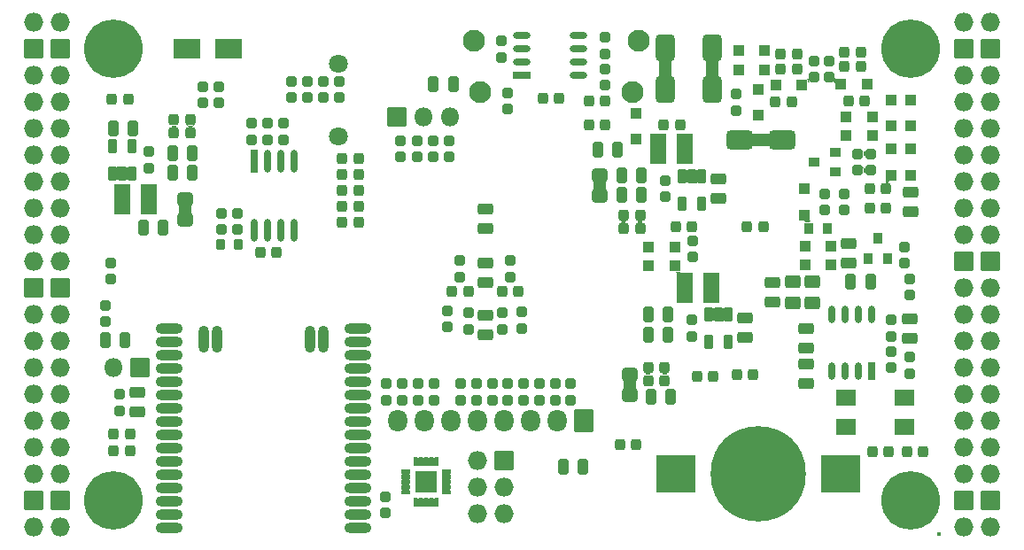
<source format=gbs>
G04 #@! TF.GenerationSoftware,KiCad,Pcbnew,6.0.11+dfsg-1*
G04 #@! TF.CreationDate,2023-03-29T14:32:03+02:00*
G04 #@! TF.ProjectId,ulx3s,756c7833-732e-46b6-9963-61645f706362,v3.1.8*
G04 #@! TF.SameCoordinates,Original*
G04 #@! TF.FileFunction,Soldermask,Bot*
G04 #@! TF.FilePolarity,Negative*
%FSLAX46Y46*%
G04 Gerber Fmt 4.6, Leading zero omitted, Abs format (unit mm)*
G04 Created by KiCad (PCBNEW 6.0.11+dfsg-1) date 2023-03-29 14:32:03*
%MOMM*%
%LPD*%
G01*
G04 APERTURE LIST*
G04 Aperture macros list*
%AMRoundRect*
0 Rectangle with rounded corners*
0 $1 Rounding radius*
0 $2 $3 $4 $5 $6 $7 $8 $9 X,Y pos of 4 corners*
0 Add a 4 corners polygon primitive as box body*
4,1,4,$2,$3,$4,$5,$6,$7,$8,$9,$2,$3,0*
0 Add four circle primitives for the rounded corners*
1,1,$1+$1,$2,$3*
1,1,$1+$1,$4,$5*
1,1,$1+$1,$6,$7*
1,1,$1+$1,$8,$9*
0 Add four rect primitives between the rounded corners*
20,1,$1+$1,$2,$3,$4,$5,0*
20,1,$1+$1,$4,$5,$6,$7,0*
20,1,$1+$1,$6,$7,$8,$9,0*
20,1,$1+$1,$8,$9,$2,$3,0*%
G04 Aperture macros list end*
%ADD10C,1.200000*%
%ADD11C,1.800000*%
%ADD12C,5.600000*%
%ADD13O,1.827200X1.827200*%
%ADD14RoundRect,0.050000X-0.863600X0.863600X-0.863600X-0.863600X0.863600X-0.863600X0.863600X0.863600X0*%
%ADD15RoundRect,0.050000X0.863600X-0.863600X0.863600X0.863600X-0.863600X0.863600X-0.863600X-0.863600X0*%
%ADD16RoundRect,0.050000X0.863600X1.016000X-0.863600X1.016000X-0.863600X-1.016000X0.863600X-1.016000X0*%
%ADD17O,1.827200X2.132000*%
%ADD18C,2.100000*%
%ADD19RoundRect,0.050000X0.850000X-0.850000X0.850000X0.850000X-0.850000X0.850000X-0.850000X-0.850000X0*%
%ADD20O,1.800000X1.800000*%
%ADD21RoundRect,0.050000X-0.850000X0.850000X-0.850000X-0.850000X0.850000X-0.850000X0.850000X0.850000X0*%
%ADD22RoundRect,0.050000X-0.350000X-0.600000X0.350000X-0.600000X0.350000X0.600000X-0.350000X0.600000X0*%
%ADD23RoundRect,0.050000X0.350000X0.600000X-0.350000X0.600000X-0.350000X-0.600000X0.350000X-0.600000X0*%
%ADD24RoundRect,0.050000X1.850000X1.750000X-1.850000X1.750000X-1.850000X-1.750000X1.850000X-1.750000X0*%
%ADD25C,9.100000*%
%ADD26RoundRect,0.050000X0.300000X-0.775000X0.300000X0.775000X-0.300000X0.775000X-0.300000X-0.775000X0*%
%ADD27O,0.700000X1.650000*%
%ADD28RoundRect,0.293750X-0.243750X-0.456250X0.243750X-0.456250X0.243750X0.456250X-0.243750X0.456250X0*%
%ADD29RoundRect,0.268750X-0.218750X-0.256250X0.218750X-0.256250X0.218750X0.256250X-0.218750X0.256250X0*%
%ADD30RoundRect,0.293750X0.456250X-0.243750X0.456250X0.243750X-0.456250X0.243750X-0.456250X-0.243750X0*%
%ADD31RoundRect,0.268750X0.218750X0.256250X-0.218750X0.256250X-0.218750X-0.256250X0.218750X-0.256250X0*%
%ADD32RoundRect,0.293750X0.243750X0.456250X-0.243750X0.456250X-0.243750X-0.456250X0.243750X-0.456250X0*%
%ADD33RoundRect,0.268750X-0.256250X0.218750X-0.256250X-0.218750X0.256250X-0.218750X0.256250X0.218750X0*%
%ADD34RoundRect,0.293750X-0.456250X0.243750X-0.456250X-0.243750X0.456250X-0.243750X0.456250X0.243750X0*%
%ADD35RoundRect,0.268750X0.256250X-0.218750X0.256250X0.218750X-0.256250X0.218750X-0.256250X-0.218750X0*%
%ADD36RoundRect,0.050000X-0.500000X-0.500000X0.500000X-0.500000X0.500000X0.500000X-0.500000X0.500000X0*%
%ADD37RoundRect,0.050000X-0.500000X0.500000X-0.500000X-0.500000X0.500000X-0.500000X0.500000X0.500000X0*%
%ADD38RoundRect,0.050000X0.500000X-0.500000X0.500000X0.500000X-0.500000X0.500000X-0.500000X-0.500000X0*%
%ADD39RoundRect,0.050000X0.500000X0.500000X-0.500000X0.500000X-0.500000X-0.500000X0.500000X-0.500000X0*%
%ADD40RoundRect,0.050000X-0.775000X-0.300000X0.775000X-0.300000X0.775000X0.300000X-0.775000X0.300000X0*%
%ADD41O,1.650000X0.700000*%
%ADD42RoundRect,0.050000X0.750000X1.350000X-0.750000X1.350000X-0.750000X-1.350000X0.750000X-1.350000X0*%
%ADD43RoundRect,0.050000X-0.335000X-0.500000X0.335000X-0.500000X0.335000X0.500000X-0.335000X0.500000X0*%
%ADD44RoundRect,0.050000X-0.750000X-1.350000X0.750000X-1.350000X0.750000X1.350000X-0.750000X1.350000X0*%
%ADD45C,0.400000*%
%ADD46RoundRect,0.050000X0.450000X0.400000X-0.450000X0.400000X-0.450000X-0.400000X0.450000X-0.400000X0*%
%ADD47RoundRect,0.050000X0.400000X-0.450000X0.400000X0.450000X-0.400000X0.450000X-0.400000X-0.450000X0*%
%ADD48RoundRect,0.373750X-0.376250X0.323750X-0.376250X-0.323750X0.376250X-0.323750X0.376250X0.323750X0*%
%ADD49RoundRect,0.500000X0.800000X0.450000X-0.800000X0.450000X-0.800000X-0.450000X0.800000X-0.450000X0*%
%ADD50RoundRect,0.500000X-0.450000X0.800000X-0.450000X-0.800000X0.450000X-0.800000X0.450000X0.800000X0*%
%ADD51RoundRect,0.500000X0.450000X-0.800000X0.450000X0.800000X-0.450000X0.800000X-0.450000X-0.800000X0*%
%ADD52RoundRect,0.299999X-0.450001X0.325001X-0.450001X-0.325001X0.450001X-0.325001X0.450001X0.325001X0*%
%ADD53RoundRect,0.050000X-0.300000X1.050000X-0.300000X-1.050000X0.300000X-1.050000X0.300000X1.050000X0*%
%ADD54O,0.700000X2.200000*%
%ADD55RoundRect,0.050000X-1.250000X-0.900000X1.250000X-0.900000X1.250000X0.900000X-1.250000X0.900000X0*%
%ADD56RoundRect,0.275000X0.250000X-0.225000X0.250000X0.225000X-0.250000X0.225000X-0.250000X-0.225000X0*%
%ADD57RoundRect,0.275000X-0.250000X0.225000X-0.250000X-0.225000X0.250000X-0.225000X0.250000X0.225000X0*%
%ADD58RoundRect,0.112500X0.350000X0.062500X-0.350000X0.062500X-0.350000X-0.062500X0.350000X-0.062500X0*%
%ADD59RoundRect,0.112500X0.062500X0.350000X-0.062500X0.350000X-0.062500X-0.350000X0.062500X-0.350000X0*%
%ADD60RoundRect,0.050000X1.000000X1.000000X-1.000000X1.000000X-1.000000X-1.000000X1.000000X-1.000000X0*%
%ADD61RoundRect,0.250000X-0.200000X-0.275000X0.200000X-0.275000X0.200000X0.275000X-0.200000X0.275000X0*%
%ADD62O,2.600000X1.000000*%
%ADD63O,1.000000X2.600000*%
%ADD64RoundRect,0.050000X0.900000X0.700000X-0.900000X0.700000X-0.900000X-0.700000X0.900000X-0.700000X0*%
G04 APERTURE END LIST*
D10*
X152281000Y-96361000D02*
X152281000Y-98361000D01*
X149472000Y-77311000D02*
X149472000Y-79311000D01*
X109809000Y-79532000D02*
X109809000Y-81532000D01*
X166854000Y-73900000D02*
X162854000Y-73900000D01*
X160155000Y-65100000D02*
X160155000Y-69100000D01*
X155680000Y-69100000D02*
X155680000Y-65100000D01*
X152281000Y-96361000D02*
X152281000Y-98361000D01*
X149472000Y-77311000D02*
X149472000Y-79311000D01*
X109809000Y-79532000D02*
X109809000Y-81532000D01*
X166854000Y-73900000D02*
X162854000Y-73900000D01*
X160155000Y-65100000D02*
X160155000Y-69100000D01*
X155680000Y-69100000D02*
X155680000Y-65100000D01*
D11*
X124468000Y-73600000D03*
X124468000Y-66600000D03*
D12*
X102990000Y-108410000D03*
X179190000Y-108410000D03*
X179190000Y-65230000D03*
X102990000Y-65230000D03*
D13*
X97910000Y-62690000D03*
X95370000Y-62690000D03*
D14*
X97910000Y-65230000D03*
X95370000Y-65230000D03*
D13*
X97910000Y-67770000D03*
X95370000Y-67770000D03*
X97910000Y-70310000D03*
X95370000Y-70310000D03*
X97910000Y-72850000D03*
X95370000Y-72850000D03*
X97910000Y-75390000D03*
X95370000Y-75390000D03*
X97910000Y-77930000D03*
X95370000Y-77930000D03*
X97910000Y-80470000D03*
X95370000Y-80470000D03*
X97910000Y-83010000D03*
X95370000Y-83010000D03*
X97910000Y-85550000D03*
X95370000Y-85550000D03*
D14*
X97910000Y-88090000D03*
X95370000Y-88090000D03*
D13*
X97910000Y-90630000D03*
X95370000Y-90630000D03*
X97910000Y-93170000D03*
X95370000Y-93170000D03*
X97910000Y-95710000D03*
X95370000Y-95710000D03*
X97910000Y-98250000D03*
X95370000Y-98250000D03*
X97910000Y-100790000D03*
X95370000Y-100790000D03*
X97910000Y-103330000D03*
X95370000Y-103330000D03*
X97910000Y-105870000D03*
X95370000Y-105870000D03*
D14*
X97910000Y-108410000D03*
X95370000Y-108410000D03*
D13*
X97910000Y-110950000D03*
X95370000Y-110950000D03*
X184270000Y-110950000D03*
X186810000Y-110950000D03*
D15*
X184270000Y-108410000D03*
X186810000Y-108410000D03*
D13*
X184270000Y-105870000D03*
X186810000Y-105870000D03*
X184270000Y-103330000D03*
X186810000Y-103330000D03*
X184270000Y-100790000D03*
X186810000Y-100790000D03*
X184270000Y-98250000D03*
X186810000Y-98250000D03*
X184270000Y-95710000D03*
X186810000Y-95710000D03*
X184270000Y-93170000D03*
X186810000Y-93170000D03*
X184270000Y-90630000D03*
X186810000Y-90630000D03*
X184270000Y-88090000D03*
X186810000Y-88090000D03*
D15*
X184270000Y-85550000D03*
X186810000Y-85550000D03*
D13*
X184270000Y-83010000D03*
X186810000Y-83010000D03*
X184270000Y-80470000D03*
X186810000Y-80470000D03*
X184270000Y-77930000D03*
X186810000Y-77930000D03*
X184270000Y-75390000D03*
X186810000Y-75390000D03*
X184270000Y-72850000D03*
X186810000Y-72850000D03*
X184270000Y-70310000D03*
X186810000Y-70310000D03*
X184270000Y-67770000D03*
X186810000Y-67770000D03*
D15*
X184270000Y-65230000D03*
X186810000Y-65230000D03*
D13*
X184270000Y-62690000D03*
X186810000Y-62690000D03*
D16*
X147920000Y-100790000D03*
D17*
X145380000Y-100790000D03*
X142840000Y-100790000D03*
X140265000Y-100790000D03*
X137760000Y-100790000D03*
X135220000Y-100790000D03*
X132680000Y-100790000D03*
X130140000Y-100790000D03*
D18*
X138046000Y-69312000D03*
X152546000Y-69312000D03*
X137446000Y-64412000D03*
X153146000Y-64412000D03*
D19*
X130056000Y-71725000D03*
D20*
X132596000Y-71725000D03*
X135136000Y-71725000D03*
D14*
X140300000Y-104600000D03*
D13*
X137760000Y-104600000D03*
X140300000Y-107140000D03*
X137760000Y-107140000D03*
X140300000Y-109680000D03*
X137760000Y-109680000D03*
D21*
X105530000Y-95710000D03*
D20*
X102990000Y-95710000D03*
D22*
X159825000Y-90600000D03*
X160775000Y-90600000D03*
X161725000Y-90600000D03*
X161725000Y-93200000D03*
X159825000Y-93200000D03*
D23*
X104775000Y-77115000D03*
X103825000Y-77115000D03*
X102875000Y-77115000D03*
X102875000Y-74515000D03*
X104775000Y-74515000D03*
D22*
X157285000Y-77392000D03*
X158235000Y-77392000D03*
X159185000Y-77392000D03*
X159185000Y-79992000D03*
X157285000Y-79992000D03*
D24*
X172485000Y-105870000D03*
X156685000Y-105870000D03*
D25*
X164585000Y-105870000D03*
D26*
X175395000Y-96015000D03*
D27*
X174125000Y-96015000D03*
X172855000Y-96015000D03*
X171585000Y-96015000D03*
X171585000Y-90615000D03*
X172855000Y-90615000D03*
X174125000Y-90615000D03*
X175395000Y-90615000D03*
D28*
X133563500Y-68550000D03*
X135438500Y-68550000D03*
D29*
X154072500Y-96910000D03*
X155647500Y-96910000D03*
D28*
X154122500Y-90630000D03*
X155997500Y-90630000D03*
X154122500Y-92535000D03*
X155997500Y-92535000D03*
D30*
X163315000Y-92837500D03*
X163315000Y-90962500D03*
D29*
X151732500Y-82375000D03*
X153307500Y-82375000D03*
D28*
X151582500Y-79200000D03*
X153457500Y-79200000D03*
X151582500Y-77295000D03*
X153457500Y-77295000D03*
D30*
X160775000Y-79502500D03*
X160775000Y-77627500D03*
D31*
X110327500Y-72005000D03*
X108752500Y-72005000D03*
D32*
X110477500Y-75180000D03*
X108602500Y-75180000D03*
D33*
X175380000Y-75237500D03*
X175380000Y-76812500D03*
D30*
X105276000Y-99949500D03*
X105276000Y-98074500D03*
D28*
X173441500Y-87473000D03*
X175316500Y-87473000D03*
D34*
X138500000Y-90682500D03*
X138500000Y-92557500D03*
D30*
X138500000Y-82357500D03*
X138500000Y-80482500D03*
D34*
X138500000Y-85682500D03*
X138500000Y-87557500D03*
D28*
X154376500Y-98504000D03*
X156251500Y-98504000D03*
D32*
X107683500Y-82292000D03*
X105808500Y-82292000D03*
D33*
X140900000Y-85432500D03*
X140900000Y-87007500D03*
X136900000Y-90432500D03*
X136900000Y-92007500D03*
X140100000Y-90432500D03*
X140100000Y-92007500D03*
X134900000Y-90232500D03*
X134900000Y-91807500D03*
D31*
X141687500Y-88420000D03*
X140112500Y-88420000D03*
D29*
X163512500Y-82220000D03*
X165087500Y-82220000D03*
D31*
X158287500Y-82220000D03*
X156712500Y-82220000D03*
D33*
X177300000Y-94112500D03*
X177300000Y-95687500D03*
D28*
X145942500Y-105200000D03*
X147817500Y-105200000D03*
D29*
X102812500Y-70020000D03*
X104387500Y-70020000D03*
D33*
X102736000Y-85651500D03*
X102736000Y-87226500D03*
D35*
X179063000Y-88768500D03*
X179063000Y-87193500D03*
D31*
X180385500Y-103711000D03*
X178810500Y-103711000D03*
X160307500Y-96490000D03*
X158732500Y-96490000D03*
D30*
X169172000Y-97173500D03*
X169172000Y-95298500D03*
D29*
X135312500Y-88420000D03*
X136887500Y-88420000D03*
D36*
X172479000Y-68550000D03*
X174979000Y-68550000D03*
D37*
X164585000Y-69060000D03*
X164585000Y-71560000D03*
D32*
X110477500Y-77085000D03*
X108602500Y-77085000D03*
X151171500Y-74882000D03*
X149296500Y-74882000D03*
D30*
X179190000Y-80772500D03*
X179190000Y-78897500D03*
D29*
X166718500Y-65738000D03*
X168293500Y-65738000D03*
D33*
X128980000Y-108012500D03*
X128980000Y-109587500D03*
D34*
X179078000Y-90980500D03*
X179078000Y-92855500D03*
D35*
X177300000Y-92705500D03*
X177300000Y-91130500D03*
X113000000Y-70372500D03*
X113000000Y-68797500D03*
X111500000Y-70372500D03*
X111500000Y-68797500D03*
D31*
X157117500Y-72487000D03*
X155542500Y-72487000D03*
D35*
X171331000Y-67940500D03*
X171331000Y-66365500D03*
X169919000Y-67940500D03*
X169919000Y-66365500D03*
D29*
X172814500Y-65502000D03*
X174389500Y-65502000D03*
D35*
X120008000Y-69872500D03*
X120008000Y-68297500D03*
X121532000Y-69872500D03*
X121532000Y-68297500D03*
X123056000Y-69872500D03*
X123056000Y-68297500D03*
X124580000Y-69872500D03*
X124580000Y-68297500D03*
D31*
X145567500Y-69900000D03*
X143992500Y-69900000D03*
D38*
X169030000Y-81085000D03*
X169030000Y-78585000D03*
D39*
X171550000Y-85837000D03*
X169050000Y-85837000D03*
D38*
X179190000Y-77275000D03*
X179190000Y-74775000D03*
D37*
X177285000Y-74775000D03*
X177285000Y-77275000D03*
D36*
X172987000Y-73503000D03*
X175487000Y-73503000D03*
D39*
X168756000Y-68659000D03*
X166256000Y-68659000D03*
D36*
X162700000Y-67262000D03*
X165200000Y-67262000D03*
D39*
X165200000Y-65357000D03*
X162700000Y-65357000D03*
D28*
X102966000Y-72785000D03*
X104841000Y-72785000D03*
X102179500Y-93061000D03*
X104054500Y-93061000D03*
D40*
X141980000Y-67706500D03*
D41*
X141980000Y-66436500D03*
X141980000Y-65166500D03*
X141980000Y-63896500D03*
X147380000Y-63896500D03*
X147380000Y-65166500D03*
X147380000Y-66436500D03*
X147380000Y-67706500D03*
D42*
X160140000Y-88090000D03*
X157600000Y-88090000D03*
X157600000Y-74755000D03*
X155060000Y-74755000D03*
D43*
X169425000Y-82375000D03*
X171175000Y-82375000D03*
D35*
X172840000Y-80622500D03*
X172840000Y-79047500D03*
X162480000Y-71097500D03*
X162480000Y-69522500D03*
D31*
X176802500Y-80470000D03*
X175227500Y-80470000D03*
D33*
X174110000Y-75237500D03*
X174110000Y-76812500D03*
X178555000Y-84127500D03*
X178555000Y-85702500D03*
D35*
X102228000Y-91290500D03*
X102228000Y-89715500D03*
X170935000Y-80622500D03*
X170935000Y-79047500D03*
D31*
X152926500Y-103076000D03*
X151351500Y-103076000D03*
D33*
X119200000Y-72332500D03*
X119200000Y-73907500D03*
D35*
X114800000Y-82507500D03*
X114800000Y-80932500D03*
D31*
X126383500Y-80260000D03*
X124808500Y-80260000D03*
X126383500Y-78736000D03*
X124808500Y-78736000D03*
X126383500Y-77212000D03*
X124808500Y-77212000D03*
X126383500Y-75670000D03*
X124808500Y-75670000D03*
D35*
X130422000Y-75560500D03*
X130422000Y-73985500D03*
X131961000Y-75560500D03*
X131961000Y-73985500D03*
X133485000Y-75560500D03*
X133485000Y-73985500D03*
X135009000Y-75560500D03*
X135009000Y-73985500D03*
X140025500Y-66017500D03*
X140025500Y-64442500D03*
D33*
X140597000Y-69413500D03*
X140597000Y-70988500D03*
D35*
X149980000Y-68687500D03*
X149980000Y-67112500D03*
D31*
X149962500Y-72487000D03*
X148387500Y-72487000D03*
X149967500Y-70200000D03*
X148392500Y-70200000D03*
D29*
X116980000Y-84700000D03*
X118555000Y-84700000D03*
D33*
X117695000Y-72330500D03*
X117695000Y-73905500D03*
D35*
X113300000Y-82507500D03*
X113300000Y-80932500D03*
D33*
X116200000Y-72332500D03*
X116200000Y-73907500D03*
D35*
X129080000Y-98775000D03*
X129080000Y-97200000D03*
D31*
X104539500Y-102060000D03*
X102964500Y-102060000D03*
X164102500Y-96345000D03*
X162527500Y-96345000D03*
D29*
X166718500Y-67135000D03*
X168293500Y-67135000D03*
D31*
X174387500Y-66899000D03*
X172812500Y-66899000D03*
D29*
X154072500Y-95640000D03*
X155647500Y-95640000D03*
D31*
X110327500Y-73275000D03*
X108752500Y-73275000D03*
D29*
X151732500Y-81105000D03*
X153307500Y-81105000D03*
D33*
X158235000Y-91112500D03*
X158235000Y-92687500D03*
D35*
X106365000Y-76602500D03*
X106365000Y-75027500D03*
D33*
X155695000Y-77777500D03*
X155695000Y-79352500D03*
D31*
X176802500Y-78565000D03*
X175227500Y-78565000D03*
D44*
X103825000Y-79625000D03*
X106365000Y-79625000D03*
D33*
X136100000Y-85432500D03*
X136100000Y-87007500D03*
D45*
X181872000Y-111603000D03*
D46*
X171935000Y-75075000D03*
X171935000Y-76975000D03*
X169935000Y-76025000D03*
D35*
X103576500Y-99817500D03*
X103576500Y-98242500D03*
D47*
X176965000Y-85280000D03*
X175065000Y-85280000D03*
X176015000Y-83280000D03*
D39*
X175502000Y-71740000D03*
X173002000Y-71740000D03*
D29*
X173210500Y-70201000D03*
X174785500Y-70201000D03*
D33*
X179078000Y-94686500D03*
X179078000Y-96261500D03*
D31*
X177071500Y-103711000D03*
X175496500Y-103711000D03*
D36*
X154141000Y-84186000D03*
X156641000Y-84186000D03*
D48*
X152281000Y-96393500D03*
X152281000Y-98328500D03*
X149472000Y-77343500D03*
X149472000Y-79278500D03*
X109809000Y-79564500D03*
X109809000Y-81499500D03*
D36*
X154121000Y-85964000D03*
X156621000Y-85964000D03*
D29*
X166210500Y-70310000D03*
X167785500Y-70310000D03*
D49*
X166854000Y-73900000D03*
X162854000Y-73900000D03*
D50*
X160155000Y-65100000D03*
X160155000Y-69100000D03*
D51*
X155680000Y-69100000D03*
X155680000Y-65100000D03*
D38*
X177285000Y-72594000D03*
X177285000Y-70094000D03*
D37*
X179190000Y-70094000D03*
X179190000Y-72594000D03*
D29*
X102964500Y-103600000D03*
X104539500Y-103600000D03*
D30*
X165982000Y-89408500D03*
X165982000Y-87533500D03*
D52*
X167887000Y-87446000D03*
X167887000Y-89496000D03*
X169792000Y-87446000D03*
X169792000Y-89496000D03*
D34*
X169157000Y-91978500D03*
X169157000Y-93853500D03*
D30*
X173221000Y-85725500D03*
X173221000Y-83850500D03*
D31*
X126387500Y-81770000D03*
X124812500Y-81770000D03*
D53*
X116440000Y-75920000D03*
D54*
X117710000Y-75920000D03*
X118980000Y-75920000D03*
X120250000Y-75920000D03*
X120250000Y-82524000D03*
X118980000Y-82524000D03*
X117710000Y-82524000D03*
X116440000Y-82524000D03*
D33*
X142000000Y-90332500D03*
X142000000Y-91907500D03*
D55*
X109980000Y-65200000D03*
X113980000Y-65200000D03*
D35*
X130580000Y-98787500D03*
X130580000Y-97212500D03*
D56*
X136180000Y-98775000D03*
X136180000Y-97225000D03*
D57*
X137680000Y-97225000D03*
X137680000Y-98775000D03*
D56*
X139180000Y-98775000D03*
X139180000Y-97225000D03*
D57*
X140680000Y-97225000D03*
X140680000Y-98775000D03*
D56*
X142180000Y-98775000D03*
X142180000Y-97225000D03*
D57*
X133580000Y-97225000D03*
X133580000Y-98775000D03*
D33*
X158312000Y-83525500D03*
X158312000Y-85100500D03*
D57*
X143680000Y-97225000D03*
X143680000Y-98775000D03*
D38*
X152930000Y-73850000D03*
X152930000Y-71350000D03*
D57*
X146680000Y-97225000D03*
X146680000Y-98775000D03*
D56*
X145180000Y-98775000D03*
X145180000Y-97225000D03*
X132080000Y-98775000D03*
X132080000Y-97225000D03*
D35*
X149980000Y-65687500D03*
X149980000Y-64112500D03*
D58*
X134772500Y-105600000D03*
X134772500Y-106100000D03*
X134772500Y-106600000D03*
X134772500Y-107100000D03*
X134772500Y-107600000D03*
D59*
X133835000Y-108537500D03*
X133335000Y-108537500D03*
X132835000Y-108537500D03*
X132335000Y-108537500D03*
X131835000Y-108537500D03*
D58*
X130897500Y-107600000D03*
X130897500Y-107100000D03*
X130897500Y-106600000D03*
X130897500Y-106100000D03*
X130897500Y-105600000D03*
D59*
X131835000Y-104662500D03*
X132335000Y-104662500D03*
X132835000Y-104662500D03*
X133335000Y-104662500D03*
X133835000Y-104662500D03*
D60*
X132835000Y-106600000D03*
D61*
X113214800Y-83932000D03*
X114864800Y-83932000D03*
D62*
X108300000Y-110975000D03*
X108300000Y-109705000D03*
X108300000Y-108435000D03*
X108300000Y-107165000D03*
X108300000Y-105895000D03*
X108300000Y-104625000D03*
X108300000Y-103355000D03*
X108300000Y-102085000D03*
X108300000Y-100815000D03*
X108300000Y-99545000D03*
X108300000Y-98275000D03*
X108300000Y-97005000D03*
X108300000Y-95735000D03*
X108300000Y-94465000D03*
D63*
X111585000Y-92965000D03*
D62*
X108300000Y-93195000D03*
D63*
X112855000Y-92965000D03*
D62*
X108300000Y-91925000D03*
D63*
X121745000Y-92965000D03*
D62*
X126300000Y-91925000D03*
D63*
X123015000Y-92965000D03*
D62*
X126300000Y-93195000D03*
X126300000Y-94465000D03*
X126300000Y-95735000D03*
X126300000Y-97005000D03*
X126300000Y-98275000D03*
X126300000Y-99545000D03*
X126300000Y-100815000D03*
X126300000Y-102085000D03*
X126300000Y-103355000D03*
X126300000Y-104625000D03*
X126300000Y-105895000D03*
X126300000Y-107165000D03*
X126300000Y-108435000D03*
X126300000Y-109705000D03*
X126300000Y-110975000D03*
D36*
X169050000Y-84059000D03*
X171550000Y-84059000D03*
D64*
X178568500Y-101322000D03*
X172968500Y-101322000D03*
X172968500Y-98522000D03*
X178568500Y-98522000D03*
G36*
X133488893Y-108122220D02*
G01*
X133535945Y-108161542D01*
X133604661Y-108170173D01*
X133667291Y-108140209D01*
X133674800Y-108131544D01*
X133676690Y-108130890D01*
X133678201Y-108132200D01*
X133677974Y-108133965D01*
X133670449Y-108145227D01*
X133662000Y-108187699D01*
X133662000Y-108887301D01*
X133670449Y-108929773D01*
X133684053Y-108950134D01*
X133684184Y-108952130D01*
X133682521Y-108953241D01*
X133681107Y-108952780D01*
X133634055Y-108913458D01*
X133565339Y-108904827D01*
X133502709Y-108934791D01*
X133495200Y-108943456D01*
X133493310Y-108944110D01*
X133491799Y-108942800D01*
X133492026Y-108941035D01*
X133499551Y-108929773D01*
X133508000Y-108887301D01*
X133508000Y-108187699D01*
X133499551Y-108145227D01*
X133485947Y-108124866D01*
X133485816Y-108122870D01*
X133487479Y-108121759D01*
X133488893Y-108122220D01*
G37*
G36*
X132988893Y-108122220D02*
G01*
X133035945Y-108161542D01*
X133104661Y-108170173D01*
X133167291Y-108140209D01*
X133174800Y-108131544D01*
X133176690Y-108130890D01*
X133178201Y-108132200D01*
X133177974Y-108133965D01*
X133170449Y-108145227D01*
X133162000Y-108187699D01*
X133162000Y-108887301D01*
X133170449Y-108929773D01*
X133184053Y-108950134D01*
X133184184Y-108952130D01*
X133182521Y-108953241D01*
X133181107Y-108952780D01*
X133134055Y-108913458D01*
X133065339Y-108904827D01*
X133002709Y-108934791D01*
X132995200Y-108943456D01*
X132993310Y-108944110D01*
X132991799Y-108942800D01*
X132992026Y-108941035D01*
X132999551Y-108929773D01*
X133008000Y-108887301D01*
X133008000Y-108187699D01*
X132999551Y-108145227D01*
X132985947Y-108124866D01*
X132985816Y-108122870D01*
X132987479Y-108121759D01*
X132988893Y-108122220D01*
G37*
G36*
X132488893Y-108122220D02*
G01*
X132535945Y-108161542D01*
X132604661Y-108170173D01*
X132667291Y-108140209D01*
X132674800Y-108131544D01*
X132676690Y-108130890D01*
X132678201Y-108132200D01*
X132677974Y-108133965D01*
X132670449Y-108145227D01*
X132662000Y-108187699D01*
X132662000Y-108887301D01*
X132670449Y-108929773D01*
X132684053Y-108950134D01*
X132684184Y-108952130D01*
X132682521Y-108953241D01*
X132681107Y-108952780D01*
X132634055Y-108913458D01*
X132565339Y-108904827D01*
X132502709Y-108934791D01*
X132495200Y-108943456D01*
X132493310Y-108944110D01*
X132491799Y-108942800D01*
X132492026Y-108941035D01*
X132499551Y-108929773D01*
X132508000Y-108887301D01*
X132508000Y-108187699D01*
X132499551Y-108145227D01*
X132485947Y-108124866D01*
X132485816Y-108122870D01*
X132487479Y-108121759D01*
X132488893Y-108122220D01*
G37*
G36*
X131988893Y-108122220D02*
G01*
X132035945Y-108161542D01*
X132104661Y-108170173D01*
X132167291Y-108140209D01*
X132174800Y-108131544D01*
X132176690Y-108130890D01*
X132178201Y-108132200D01*
X132177974Y-108133965D01*
X132170449Y-108145227D01*
X132162000Y-108187699D01*
X132162000Y-108887301D01*
X132170449Y-108929773D01*
X132184053Y-108950134D01*
X132184184Y-108952130D01*
X132182521Y-108953241D01*
X132181107Y-108952780D01*
X132134055Y-108913458D01*
X132065339Y-108904827D01*
X132002709Y-108934791D01*
X131995200Y-108943456D01*
X131993310Y-108944110D01*
X131991799Y-108942800D01*
X131992026Y-108941035D01*
X131999551Y-108929773D01*
X132008000Y-108887301D01*
X132008000Y-108187699D01*
X131999551Y-108145227D01*
X131985947Y-108124866D01*
X131985816Y-108122870D01*
X131987479Y-108121759D01*
X131988893Y-108122220D01*
G37*
G36*
X135188241Y-107252479D02*
G01*
X135187780Y-107253893D01*
X135148458Y-107300945D01*
X135139827Y-107369661D01*
X135169791Y-107432291D01*
X135178456Y-107439800D01*
X135179110Y-107441690D01*
X135177800Y-107443201D01*
X135176035Y-107442974D01*
X135164773Y-107435449D01*
X135122301Y-107427000D01*
X134422699Y-107427000D01*
X134380227Y-107435449D01*
X134359866Y-107449053D01*
X134357870Y-107449184D01*
X134356759Y-107447521D01*
X134357220Y-107446107D01*
X134396542Y-107399055D01*
X134405173Y-107330339D01*
X134375209Y-107267709D01*
X134366544Y-107260200D01*
X134365890Y-107258310D01*
X134367200Y-107256799D01*
X134368965Y-107257026D01*
X134380227Y-107264551D01*
X134422699Y-107273000D01*
X135122301Y-107273000D01*
X135164773Y-107264551D01*
X135185134Y-107250947D01*
X135187130Y-107250816D01*
X135188241Y-107252479D01*
G37*
G36*
X131313241Y-107252479D02*
G01*
X131312780Y-107253893D01*
X131273458Y-107300945D01*
X131264827Y-107369661D01*
X131294791Y-107432291D01*
X131303456Y-107439800D01*
X131304110Y-107441690D01*
X131302800Y-107443201D01*
X131301035Y-107442974D01*
X131289773Y-107435449D01*
X131247301Y-107427000D01*
X130547699Y-107427000D01*
X130505227Y-107435449D01*
X130484866Y-107449053D01*
X130482870Y-107449184D01*
X130481759Y-107447521D01*
X130482220Y-107446107D01*
X130521542Y-107399055D01*
X130530173Y-107330339D01*
X130500209Y-107267709D01*
X130491544Y-107260200D01*
X130490890Y-107258310D01*
X130492200Y-107256799D01*
X130493965Y-107257026D01*
X130505227Y-107264551D01*
X130547699Y-107273000D01*
X131247301Y-107273000D01*
X131289773Y-107264551D01*
X131310134Y-107250947D01*
X131312130Y-107250816D01*
X131313241Y-107252479D01*
G37*
G36*
X131313241Y-106752479D02*
G01*
X131312780Y-106753893D01*
X131273458Y-106800945D01*
X131264827Y-106869661D01*
X131294791Y-106932291D01*
X131303456Y-106939800D01*
X131304110Y-106941690D01*
X131302800Y-106943201D01*
X131301035Y-106942974D01*
X131289773Y-106935449D01*
X131247301Y-106927000D01*
X130547699Y-106927000D01*
X130505227Y-106935449D01*
X130484866Y-106949053D01*
X130482870Y-106949184D01*
X130481759Y-106947521D01*
X130482220Y-106946107D01*
X130521542Y-106899055D01*
X130530173Y-106830339D01*
X130500209Y-106767709D01*
X130491544Y-106760200D01*
X130490890Y-106758310D01*
X130492200Y-106756799D01*
X130493965Y-106757026D01*
X130505227Y-106764551D01*
X130547699Y-106773000D01*
X131247301Y-106773000D01*
X131289773Y-106764551D01*
X131310134Y-106750947D01*
X131312130Y-106750816D01*
X131313241Y-106752479D01*
G37*
G36*
X135188241Y-106752479D02*
G01*
X135187780Y-106753893D01*
X135148458Y-106800945D01*
X135139827Y-106869661D01*
X135169791Y-106932291D01*
X135178456Y-106939800D01*
X135179110Y-106941690D01*
X135177800Y-106943201D01*
X135176035Y-106942974D01*
X135164773Y-106935449D01*
X135122301Y-106927000D01*
X134422699Y-106927000D01*
X134380227Y-106935449D01*
X134359866Y-106949053D01*
X134357870Y-106949184D01*
X134356759Y-106947521D01*
X134357220Y-106946107D01*
X134396542Y-106899055D01*
X134405173Y-106830339D01*
X134375209Y-106767709D01*
X134366544Y-106760200D01*
X134365890Y-106758310D01*
X134367200Y-106756799D01*
X134368965Y-106757026D01*
X134380227Y-106764551D01*
X134422699Y-106773000D01*
X135122301Y-106773000D01*
X135164773Y-106764551D01*
X135185134Y-106750947D01*
X135187130Y-106750816D01*
X135188241Y-106752479D01*
G37*
G36*
X135188241Y-106252479D02*
G01*
X135187780Y-106253893D01*
X135148458Y-106300945D01*
X135139827Y-106369661D01*
X135169791Y-106432291D01*
X135178456Y-106439800D01*
X135179110Y-106441690D01*
X135177800Y-106443201D01*
X135176035Y-106442974D01*
X135164773Y-106435449D01*
X135122301Y-106427000D01*
X134422699Y-106427000D01*
X134380227Y-106435449D01*
X134359866Y-106449053D01*
X134357870Y-106449184D01*
X134356759Y-106447521D01*
X134357220Y-106446107D01*
X134396542Y-106399055D01*
X134405173Y-106330339D01*
X134375209Y-106267709D01*
X134366544Y-106260200D01*
X134365890Y-106258310D01*
X134367200Y-106256799D01*
X134368965Y-106257026D01*
X134380227Y-106264551D01*
X134422699Y-106273000D01*
X135122301Y-106273000D01*
X135164773Y-106264551D01*
X135185134Y-106250947D01*
X135187130Y-106250816D01*
X135188241Y-106252479D01*
G37*
G36*
X131313241Y-106252479D02*
G01*
X131312780Y-106253893D01*
X131273458Y-106300945D01*
X131264827Y-106369661D01*
X131294791Y-106432291D01*
X131303456Y-106439800D01*
X131304110Y-106441690D01*
X131302800Y-106443201D01*
X131301035Y-106442974D01*
X131289773Y-106435449D01*
X131247301Y-106427000D01*
X130547699Y-106427000D01*
X130505227Y-106435449D01*
X130484866Y-106449053D01*
X130482870Y-106449184D01*
X130481759Y-106447521D01*
X130482220Y-106446107D01*
X130521542Y-106399055D01*
X130530173Y-106330339D01*
X130500209Y-106267709D01*
X130491544Y-106260200D01*
X130490890Y-106258310D01*
X130492200Y-106256799D01*
X130493965Y-106257026D01*
X130505227Y-106264551D01*
X130547699Y-106273000D01*
X131247301Y-106273000D01*
X131289773Y-106264551D01*
X131310134Y-106250947D01*
X131312130Y-106250816D01*
X131313241Y-106252479D01*
G37*
G36*
X131313241Y-105752479D02*
G01*
X131312780Y-105753893D01*
X131273458Y-105800945D01*
X131264827Y-105869661D01*
X131294791Y-105932291D01*
X131303456Y-105939800D01*
X131304110Y-105941690D01*
X131302800Y-105943201D01*
X131301035Y-105942974D01*
X131289773Y-105935449D01*
X131247301Y-105927000D01*
X130547699Y-105927000D01*
X130505227Y-105935449D01*
X130484866Y-105949053D01*
X130482870Y-105949184D01*
X130481759Y-105947521D01*
X130482220Y-105946107D01*
X130521542Y-105899055D01*
X130530173Y-105830339D01*
X130500209Y-105767709D01*
X130491544Y-105760200D01*
X130490890Y-105758310D01*
X130492200Y-105756799D01*
X130493965Y-105757026D01*
X130505227Y-105764551D01*
X130547699Y-105773000D01*
X131247301Y-105773000D01*
X131289773Y-105764551D01*
X131310134Y-105750947D01*
X131312130Y-105750816D01*
X131313241Y-105752479D01*
G37*
G36*
X135188241Y-105752479D02*
G01*
X135187780Y-105753893D01*
X135148458Y-105800945D01*
X135139827Y-105869661D01*
X135169791Y-105932291D01*
X135178456Y-105939800D01*
X135179110Y-105941690D01*
X135177800Y-105943201D01*
X135176035Y-105942974D01*
X135164773Y-105935449D01*
X135122301Y-105927000D01*
X134422699Y-105927000D01*
X134380227Y-105935449D01*
X134359866Y-105949053D01*
X134357870Y-105949184D01*
X134356759Y-105947521D01*
X134357220Y-105946107D01*
X134396542Y-105899055D01*
X134405173Y-105830339D01*
X134375209Y-105767709D01*
X134366544Y-105760200D01*
X134365890Y-105758310D01*
X134367200Y-105756799D01*
X134368965Y-105757026D01*
X134380227Y-105764551D01*
X134422699Y-105773000D01*
X135122301Y-105773000D01*
X135164773Y-105764551D01*
X135185134Y-105750947D01*
X135187130Y-105750816D01*
X135188241Y-105752479D01*
G37*
G36*
X133488893Y-104247220D02*
G01*
X133535945Y-104286542D01*
X133604661Y-104295173D01*
X133667291Y-104265209D01*
X133674800Y-104256544D01*
X133676690Y-104255890D01*
X133678201Y-104257200D01*
X133677974Y-104258965D01*
X133670449Y-104270227D01*
X133662000Y-104312699D01*
X133662000Y-105012301D01*
X133670449Y-105054773D01*
X133684053Y-105075134D01*
X133684184Y-105077130D01*
X133682521Y-105078241D01*
X133681107Y-105077780D01*
X133634055Y-105038458D01*
X133565339Y-105029827D01*
X133502709Y-105059791D01*
X133495200Y-105068456D01*
X133493310Y-105069110D01*
X133491799Y-105067800D01*
X133492026Y-105066035D01*
X133499551Y-105054773D01*
X133508000Y-105012301D01*
X133508000Y-104312699D01*
X133499551Y-104270227D01*
X133485947Y-104249866D01*
X133485816Y-104247870D01*
X133487479Y-104246759D01*
X133488893Y-104247220D01*
G37*
G36*
X131988893Y-104247220D02*
G01*
X132035945Y-104286542D01*
X132104661Y-104295173D01*
X132167291Y-104265209D01*
X132174800Y-104256544D01*
X132176690Y-104255890D01*
X132178201Y-104257200D01*
X132177974Y-104258965D01*
X132170449Y-104270227D01*
X132162000Y-104312699D01*
X132162000Y-105012301D01*
X132170449Y-105054773D01*
X132184053Y-105075134D01*
X132184184Y-105077130D01*
X132182521Y-105078241D01*
X132181107Y-105077780D01*
X132134055Y-105038458D01*
X132065339Y-105029827D01*
X132002709Y-105059791D01*
X131995200Y-105068456D01*
X131993310Y-105069110D01*
X131991799Y-105067800D01*
X131992026Y-105066035D01*
X131999551Y-105054773D01*
X132008000Y-105012301D01*
X132008000Y-104312699D01*
X131999551Y-104270227D01*
X131985947Y-104249866D01*
X131985816Y-104247870D01*
X131987479Y-104246759D01*
X131988893Y-104247220D01*
G37*
G36*
X132988893Y-104247220D02*
G01*
X133035945Y-104286542D01*
X133104661Y-104295173D01*
X133167291Y-104265209D01*
X133174800Y-104256544D01*
X133176690Y-104255890D01*
X133178201Y-104257200D01*
X133177974Y-104258965D01*
X133170449Y-104270227D01*
X133162000Y-104312699D01*
X133162000Y-105012301D01*
X133170449Y-105054773D01*
X133184053Y-105075134D01*
X133184184Y-105077130D01*
X133182521Y-105078241D01*
X133181107Y-105077780D01*
X133134055Y-105038458D01*
X133065339Y-105029827D01*
X133002709Y-105059791D01*
X132995200Y-105068456D01*
X132993310Y-105069110D01*
X132991799Y-105067800D01*
X132992026Y-105066035D01*
X132999551Y-105054773D01*
X133008000Y-105012301D01*
X133008000Y-104312699D01*
X132999551Y-104270227D01*
X132985947Y-104249866D01*
X132985816Y-104247870D01*
X132987479Y-104246759D01*
X132988893Y-104247220D01*
G37*
G36*
X132488893Y-104247220D02*
G01*
X132535945Y-104286542D01*
X132604661Y-104295173D01*
X132667291Y-104265209D01*
X132674800Y-104256544D01*
X132676690Y-104255890D01*
X132678201Y-104257200D01*
X132677974Y-104258965D01*
X132670449Y-104270227D01*
X132662000Y-104312699D01*
X132662000Y-105012301D01*
X132670449Y-105054773D01*
X132684053Y-105075134D01*
X132684184Y-105077130D01*
X132682521Y-105078241D01*
X132681107Y-105077780D01*
X132634055Y-105038458D01*
X132565339Y-105029827D01*
X132502709Y-105059791D01*
X132495200Y-105068456D01*
X132493310Y-105069110D01*
X132491799Y-105067800D01*
X132492026Y-105066035D01*
X132499551Y-105054773D01*
X132508000Y-105012301D01*
X132508000Y-104312699D01*
X132499551Y-104270227D01*
X132485947Y-104249866D01*
X132485816Y-104247870D01*
X132487479Y-104246759D01*
X132488893Y-104247220D01*
G37*
G36*
X155956078Y-96146112D02*
G01*
X155956468Y-96148074D01*
X155955482Y-96149213D01*
X155949725Y-96152147D01*
X155949130Y-96152340D01*
X155941996Y-96153470D01*
X155879142Y-96183265D01*
X155842533Y-96242058D01*
X155843522Y-96311309D01*
X155881801Y-96369045D01*
X155941981Y-96396528D01*
X155949130Y-96397660D01*
X155949725Y-96397853D01*
X155955482Y-96400787D01*
X155956571Y-96402465D01*
X155955663Y-96404246D01*
X155954184Y-96404531D01*
X155866051Y-96387000D01*
X155428949Y-96387000D01*
X155340816Y-96404531D01*
X155338922Y-96403888D01*
X155338532Y-96401926D01*
X155339518Y-96400787D01*
X155345275Y-96397853D01*
X155345870Y-96397660D01*
X155353004Y-96396530D01*
X155415858Y-96366735D01*
X155452467Y-96307942D01*
X155451478Y-96238691D01*
X155413199Y-96180955D01*
X155353019Y-96153472D01*
X155345870Y-96152340D01*
X155345275Y-96152147D01*
X155339518Y-96149213D01*
X155338429Y-96147535D01*
X155339337Y-96145754D01*
X155340816Y-96145469D01*
X155428949Y-96163000D01*
X155866051Y-96163000D01*
X155954184Y-96145469D01*
X155956078Y-96146112D01*
G37*
G36*
X154381078Y-96146112D02*
G01*
X154381468Y-96148074D01*
X154380482Y-96149213D01*
X154374725Y-96152147D01*
X154374130Y-96152340D01*
X154366996Y-96153470D01*
X154304142Y-96183265D01*
X154267533Y-96242058D01*
X154268522Y-96311309D01*
X154306801Y-96369045D01*
X154366981Y-96396528D01*
X154374130Y-96397660D01*
X154374725Y-96397853D01*
X154380482Y-96400787D01*
X154381571Y-96402465D01*
X154380663Y-96404246D01*
X154379184Y-96404531D01*
X154291051Y-96387000D01*
X153853949Y-96387000D01*
X153765816Y-96404531D01*
X153763922Y-96403888D01*
X153763532Y-96401926D01*
X153764518Y-96400787D01*
X153770275Y-96397853D01*
X153770870Y-96397660D01*
X153778004Y-96396530D01*
X153840858Y-96366735D01*
X153877467Y-96307942D01*
X153876478Y-96238691D01*
X153838199Y-96180955D01*
X153778019Y-96153472D01*
X153770870Y-96152340D01*
X153770275Y-96152147D01*
X153764518Y-96149213D01*
X153763429Y-96147535D01*
X153764337Y-96145754D01*
X153765816Y-96145469D01*
X153853949Y-96163000D01*
X154291051Y-96163000D01*
X154379184Y-96145469D01*
X154381078Y-96146112D01*
G37*
G36*
X161164953Y-89968200D02*
G01*
X161178745Y-89977416D01*
X161179707Y-89975976D01*
X161181501Y-89975091D01*
X161182652Y-89975552D01*
X161200950Y-89990842D01*
X161269668Y-89999469D01*
X161318359Y-89976170D01*
X161320353Y-89976324D01*
X161320885Y-89976863D01*
X161321255Y-89977416D01*
X161335047Y-89968201D01*
X161337043Y-89968070D01*
X161338154Y-89969733D01*
X161337821Y-89970975D01*
X161330691Y-89981645D01*
X161327000Y-90000199D01*
X161327000Y-91199801D01*
X161330691Y-91218355D01*
X161337821Y-91229026D01*
X161337952Y-91231022D01*
X161336289Y-91232133D01*
X161335047Y-91231800D01*
X161321255Y-91222584D01*
X161320293Y-91224024D01*
X161318499Y-91224909D01*
X161317348Y-91224448D01*
X161299050Y-91209158D01*
X161230332Y-91200531D01*
X161181641Y-91223830D01*
X161179647Y-91223676D01*
X161179115Y-91223137D01*
X161178745Y-91222584D01*
X161164953Y-91231799D01*
X161162957Y-91231930D01*
X161161846Y-91230267D01*
X161162179Y-91229025D01*
X161169309Y-91218355D01*
X161173000Y-91199801D01*
X161173000Y-90000199D01*
X161169309Y-89981645D01*
X161162179Y-89970974D01*
X161162048Y-89968978D01*
X161163711Y-89967867D01*
X161164953Y-89968200D01*
G37*
G36*
X160214953Y-89968200D02*
G01*
X160228745Y-89977416D01*
X160229707Y-89975976D01*
X160231501Y-89975091D01*
X160232652Y-89975552D01*
X160250950Y-89990842D01*
X160319668Y-89999469D01*
X160368359Y-89976170D01*
X160370353Y-89976324D01*
X160370885Y-89976863D01*
X160371255Y-89977416D01*
X160385047Y-89968201D01*
X160387043Y-89968070D01*
X160388154Y-89969733D01*
X160387821Y-89970975D01*
X160380691Y-89981645D01*
X160377000Y-90000199D01*
X160377000Y-91199801D01*
X160380691Y-91218355D01*
X160387821Y-91229026D01*
X160387952Y-91231022D01*
X160386289Y-91232133D01*
X160385047Y-91231800D01*
X160371255Y-91222584D01*
X160370293Y-91224024D01*
X160368499Y-91224909D01*
X160367348Y-91224448D01*
X160349050Y-91209158D01*
X160280332Y-91200531D01*
X160231641Y-91223830D01*
X160229647Y-91223676D01*
X160229115Y-91223137D01*
X160228745Y-91222584D01*
X160214953Y-91231799D01*
X160212957Y-91231930D01*
X160211846Y-91230267D01*
X160212179Y-91229025D01*
X160219309Y-91218355D01*
X160223000Y-91199801D01*
X160223000Y-90000199D01*
X160219309Y-89981645D01*
X160212179Y-89970974D01*
X160212048Y-89968978D01*
X160213711Y-89967867D01*
X160214953Y-89968200D01*
G37*
G36*
X157156405Y-86500525D02*
G01*
X157156318Y-86501254D01*
X157137043Y-86562809D01*
X157155367Y-86629599D01*
X157206941Y-86675925D01*
X157260377Y-86688050D01*
X157261844Y-86689408D01*
X157261402Y-86691358D01*
X157259934Y-86692000D01*
X156850199Y-86692000D01*
X156831645Y-86695691D01*
X156817702Y-86705007D01*
X156815706Y-86705138D01*
X156814595Y-86703475D01*
X156814682Y-86702746D01*
X156833957Y-86641191D01*
X156815633Y-86574401D01*
X156764059Y-86528075D01*
X156710623Y-86515950D01*
X156709156Y-86514592D01*
X156709598Y-86512642D01*
X156711066Y-86512000D01*
X157120801Y-86512000D01*
X157139355Y-86508309D01*
X157153298Y-86498993D01*
X157155294Y-86498862D01*
X157156405Y-86500525D01*
G37*
G36*
X153616078Y-81611112D02*
G01*
X153616468Y-81613074D01*
X153615482Y-81614213D01*
X153609725Y-81617147D01*
X153609130Y-81617340D01*
X153601996Y-81618470D01*
X153539142Y-81648265D01*
X153502533Y-81707058D01*
X153503522Y-81776309D01*
X153541801Y-81834045D01*
X153601981Y-81861528D01*
X153609130Y-81862660D01*
X153609725Y-81862853D01*
X153615482Y-81865787D01*
X153616571Y-81867465D01*
X153615663Y-81869246D01*
X153614184Y-81869531D01*
X153526051Y-81852000D01*
X153088949Y-81852000D01*
X153000816Y-81869531D01*
X152998922Y-81868888D01*
X152998532Y-81866926D01*
X152999518Y-81865787D01*
X153005275Y-81862853D01*
X153005870Y-81862660D01*
X153013004Y-81861530D01*
X153075858Y-81831735D01*
X153112467Y-81772942D01*
X153111478Y-81703691D01*
X153073199Y-81645955D01*
X153013019Y-81618472D01*
X153005870Y-81617340D01*
X153005275Y-81617147D01*
X152999518Y-81614213D01*
X152998429Y-81612535D01*
X152999337Y-81610754D01*
X153000816Y-81610469D01*
X153088949Y-81628000D01*
X153526051Y-81628000D01*
X153614184Y-81610469D01*
X153616078Y-81611112D01*
G37*
G36*
X152041078Y-81611112D02*
G01*
X152041468Y-81613074D01*
X152040482Y-81614213D01*
X152034725Y-81617147D01*
X152034130Y-81617340D01*
X152026996Y-81618470D01*
X151964142Y-81648265D01*
X151927533Y-81707058D01*
X151928522Y-81776309D01*
X151966801Y-81834045D01*
X152026981Y-81861528D01*
X152034130Y-81862660D01*
X152034725Y-81862853D01*
X152040482Y-81865787D01*
X152041571Y-81867465D01*
X152040663Y-81869246D01*
X152039184Y-81869531D01*
X151951051Y-81852000D01*
X151513949Y-81852000D01*
X151425816Y-81869531D01*
X151423922Y-81868888D01*
X151423532Y-81866926D01*
X151424518Y-81865787D01*
X151430275Y-81862853D01*
X151430870Y-81862660D01*
X151438004Y-81861530D01*
X151500858Y-81831735D01*
X151537467Y-81772942D01*
X151536478Y-81703691D01*
X151498199Y-81645955D01*
X151438019Y-81618472D01*
X151430870Y-81617340D01*
X151430275Y-81617147D01*
X151424518Y-81614213D01*
X151423429Y-81612535D01*
X151424337Y-81610754D01*
X151425816Y-81610469D01*
X151513949Y-81628000D01*
X151951051Y-81628000D01*
X152039184Y-81610469D01*
X152041078Y-81611112D01*
G37*
G36*
X169562133Y-81623711D02*
G01*
X169561800Y-81624953D01*
X169557475Y-81631426D01*
X169536689Y-81697808D01*
X169555013Y-81764598D01*
X169606586Y-81810924D01*
X169660027Y-81823050D01*
X169661494Y-81824408D01*
X169661052Y-81826358D01*
X169659584Y-81827000D01*
X169090199Y-81827000D01*
X169071645Y-81830691D01*
X169060974Y-81837821D01*
X169058978Y-81837952D01*
X169057867Y-81836289D01*
X169058200Y-81835047D01*
X169062525Y-81828574D01*
X169083311Y-81762192D01*
X169064987Y-81695402D01*
X169013414Y-81649076D01*
X168959973Y-81636950D01*
X168958506Y-81635592D01*
X168958948Y-81633642D01*
X168960416Y-81633000D01*
X169529801Y-81633000D01*
X169548355Y-81629309D01*
X169559026Y-81622179D01*
X169561022Y-81622048D01*
X169562133Y-81623711D01*
G37*
G36*
X176785199Y-77823000D02*
G01*
X177173790Y-77823000D01*
X177175522Y-77824000D01*
X177175522Y-77826000D01*
X177174353Y-77826919D01*
X177107338Y-77846596D01*
X177061983Y-77898939D01*
X177052126Y-77967492D01*
X177080938Y-78030581D01*
X177114300Y-78056688D01*
X177115047Y-78058543D01*
X177113815Y-78060118D01*
X177112677Y-78060225D01*
X177021051Y-78042000D01*
X176685593Y-78042000D01*
X176683861Y-78041000D01*
X176683861Y-78039000D01*
X176685030Y-78038081D01*
X176752042Y-78018405D01*
X176797397Y-77966062D01*
X176807254Y-77897509D01*
X176778416Y-77834364D01*
X176765376Y-77822860D01*
X176764739Y-77820964D01*
X176766062Y-77819464D01*
X176767089Y-77819398D01*
X176785199Y-77823000D01*
G37*
G36*
X157674953Y-76760200D02*
G01*
X157688745Y-76769416D01*
X157689707Y-76767976D01*
X157691501Y-76767091D01*
X157692652Y-76767552D01*
X157710950Y-76782842D01*
X157779668Y-76791469D01*
X157828359Y-76768170D01*
X157830353Y-76768324D01*
X157830885Y-76768863D01*
X157831255Y-76769416D01*
X157845047Y-76760201D01*
X157847043Y-76760070D01*
X157848154Y-76761733D01*
X157847821Y-76762975D01*
X157840691Y-76773645D01*
X157837000Y-76792199D01*
X157837000Y-77991801D01*
X157840691Y-78010355D01*
X157847821Y-78021026D01*
X157847952Y-78023022D01*
X157846289Y-78024133D01*
X157845047Y-78023800D01*
X157831255Y-78014584D01*
X157830293Y-78016024D01*
X157828499Y-78016909D01*
X157827348Y-78016448D01*
X157809050Y-78001158D01*
X157740332Y-77992531D01*
X157691641Y-78015830D01*
X157689647Y-78015676D01*
X157689115Y-78015137D01*
X157688745Y-78014584D01*
X157674953Y-78023799D01*
X157672957Y-78023930D01*
X157671846Y-78022267D01*
X157672179Y-78021025D01*
X157679309Y-78010355D01*
X157683000Y-77991801D01*
X157683000Y-76792199D01*
X157679309Y-76773645D01*
X157672179Y-76762974D01*
X157672048Y-76760978D01*
X157673711Y-76759867D01*
X157674953Y-76760200D01*
G37*
G36*
X158624953Y-76760200D02*
G01*
X158638745Y-76769416D01*
X158639707Y-76767976D01*
X158641501Y-76767091D01*
X158642652Y-76767552D01*
X158660950Y-76782842D01*
X158729668Y-76791469D01*
X158778359Y-76768170D01*
X158780353Y-76768324D01*
X158780885Y-76768863D01*
X158781255Y-76769416D01*
X158795047Y-76760201D01*
X158797043Y-76760070D01*
X158798154Y-76761733D01*
X158797821Y-76762975D01*
X158790691Y-76773645D01*
X158787000Y-76792199D01*
X158787000Y-77991801D01*
X158790691Y-78010355D01*
X158797821Y-78021026D01*
X158797952Y-78023022D01*
X158796289Y-78024133D01*
X158795047Y-78023800D01*
X158781255Y-78014584D01*
X158780293Y-78016024D01*
X158778499Y-78016909D01*
X158777348Y-78016448D01*
X158759050Y-78001158D01*
X158690332Y-77992531D01*
X158641641Y-78015830D01*
X158639647Y-78015676D01*
X158639115Y-78015137D01*
X158638745Y-78014584D01*
X158624953Y-78023799D01*
X158622957Y-78023930D01*
X158621846Y-78022267D01*
X158622179Y-78021025D01*
X158629309Y-78010355D01*
X158633000Y-77991801D01*
X158633000Y-76792199D01*
X158629309Y-76773645D01*
X158622179Y-76762974D01*
X158622048Y-76760978D01*
X158623711Y-76759867D01*
X158624953Y-76760200D01*
G37*
G36*
X103264953Y-76483200D02*
G01*
X103278745Y-76492416D01*
X103279707Y-76490976D01*
X103281501Y-76490091D01*
X103282652Y-76490552D01*
X103300950Y-76505842D01*
X103369668Y-76514469D01*
X103418359Y-76491170D01*
X103420353Y-76491324D01*
X103420885Y-76491863D01*
X103421255Y-76492416D01*
X103435047Y-76483201D01*
X103437043Y-76483070D01*
X103438154Y-76484733D01*
X103437821Y-76485975D01*
X103430691Y-76496645D01*
X103427000Y-76515199D01*
X103427000Y-77714801D01*
X103430691Y-77733355D01*
X103437821Y-77744026D01*
X103437952Y-77746022D01*
X103436289Y-77747133D01*
X103435047Y-77746800D01*
X103421255Y-77737584D01*
X103420293Y-77739024D01*
X103418499Y-77739909D01*
X103417348Y-77739448D01*
X103399050Y-77724158D01*
X103330332Y-77715531D01*
X103281641Y-77738830D01*
X103279647Y-77738676D01*
X103279115Y-77738137D01*
X103278745Y-77737584D01*
X103264953Y-77746799D01*
X103262957Y-77746930D01*
X103261846Y-77745267D01*
X103262179Y-77744025D01*
X103269309Y-77733355D01*
X103273000Y-77714801D01*
X103273000Y-76515199D01*
X103269309Y-76496645D01*
X103262179Y-76485974D01*
X103262048Y-76483978D01*
X103263711Y-76482867D01*
X103264953Y-76483200D01*
G37*
G36*
X104214953Y-76483200D02*
G01*
X104228745Y-76492416D01*
X104229707Y-76490976D01*
X104231501Y-76490091D01*
X104232652Y-76490552D01*
X104250950Y-76505842D01*
X104319668Y-76514469D01*
X104368359Y-76491170D01*
X104370353Y-76491324D01*
X104370885Y-76491863D01*
X104371255Y-76492416D01*
X104385047Y-76483201D01*
X104387043Y-76483070D01*
X104388154Y-76484733D01*
X104387821Y-76485975D01*
X104380691Y-76496645D01*
X104377000Y-76515199D01*
X104377000Y-77714801D01*
X104380691Y-77733355D01*
X104387821Y-77744026D01*
X104387952Y-77746022D01*
X104386289Y-77747133D01*
X104385047Y-77746800D01*
X104371255Y-77737584D01*
X104370293Y-77739024D01*
X104368499Y-77739909D01*
X104367348Y-77739448D01*
X104349050Y-77724158D01*
X104280332Y-77715531D01*
X104231641Y-77738830D01*
X104229647Y-77738676D01*
X104229115Y-77738137D01*
X104228745Y-77737584D01*
X104214953Y-77746799D01*
X104212957Y-77746930D01*
X104211846Y-77745267D01*
X104212179Y-77744025D01*
X104219309Y-77733355D01*
X104223000Y-77714801D01*
X104223000Y-76515199D01*
X104219309Y-76496645D01*
X104212179Y-76485974D01*
X104212048Y-76483978D01*
X104213711Y-76482867D01*
X104214953Y-76483200D01*
G37*
G36*
X174874246Y-76504337D02*
G01*
X174874531Y-76505816D01*
X174857000Y-76593949D01*
X174857000Y-77031051D01*
X174874531Y-77119184D01*
X174873888Y-77121078D01*
X174871926Y-77121468D01*
X174870787Y-77120482D01*
X174867853Y-77114725D01*
X174867660Y-77114130D01*
X174866530Y-77106996D01*
X174836735Y-77044142D01*
X174777942Y-77007533D01*
X174708691Y-77008522D01*
X174650955Y-77046801D01*
X174623472Y-77106981D01*
X174622340Y-77114130D01*
X174622147Y-77114725D01*
X174619213Y-77120482D01*
X174617535Y-77121571D01*
X174615754Y-77120663D01*
X174615469Y-77119184D01*
X174633000Y-77031051D01*
X174633000Y-76593949D01*
X174615469Y-76505816D01*
X174616112Y-76503922D01*
X174618074Y-76503532D01*
X174619213Y-76504518D01*
X174622147Y-76510275D01*
X174622340Y-76510870D01*
X174623470Y-76518004D01*
X174653265Y-76580858D01*
X174712058Y-76617467D01*
X174781309Y-76616478D01*
X174839045Y-76578199D01*
X174866528Y-76518019D01*
X174867660Y-76510870D01*
X174867853Y-76510275D01*
X174870787Y-76504518D01*
X174872465Y-76503429D01*
X174874246Y-76504337D01*
G37*
G36*
X174874246Y-74929337D02*
G01*
X174874531Y-74930816D01*
X174857000Y-75018949D01*
X174857000Y-75456051D01*
X174874531Y-75544184D01*
X174873888Y-75546078D01*
X174871926Y-75546468D01*
X174870787Y-75545482D01*
X174867853Y-75539725D01*
X174867660Y-75539130D01*
X174866530Y-75531996D01*
X174836735Y-75469142D01*
X174777942Y-75432533D01*
X174708691Y-75433522D01*
X174650955Y-75471801D01*
X174623472Y-75531981D01*
X174622340Y-75539130D01*
X174622147Y-75539725D01*
X174619213Y-75545482D01*
X174617535Y-75546571D01*
X174615754Y-75545663D01*
X174615469Y-75544184D01*
X174633000Y-75456051D01*
X174633000Y-75018949D01*
X174615469Y-74930816D01*
X174616112Y-74928922D01*
X174618074Y-74928532D01*
X174619213Y-74929518D01*
X174622147Y-74935275D01*
X174622340Y-74935870D01*
X174623470Y-74943004D01*
X174653265Y-75005858D01*
X174712058Y-75042467D01*
X174781309Y-75041478D01*
X174839045Y-75003199D01*
X174866528Y-74943019D01*
X174867660Y-74935870D01*
X174867853Y-74935275D01*
X174870787Y-74929518D01*
X174872465Y-74928429D01*
X174874246Y-74929337D01*
G37*
G36*
X109061078Y-72511112D02*
G01*
X109061468Y-72513074D01*
X109060482Y-72514213D01*
X109054725Y-72517147D01*
X109054130Y-72517340D01*
X109046996Y-72518470D01*
X108984142Y-72548265D01*
X108947533Y-72607058D01*
X108948522Y-72676309D01*
X108986801Y-72734045D01*
X109046981Y-72761528D01*
X109054130Y-72762660D01*
X109054725Y-72762853D01*
X109060482Y-72765787D01*
X109061571Y-72767465D01*
X109060663Y-72769246D01*
X109059184Y-72769531D01*
X108971051Y-72752000D01*
X108533949Y-72752000D01*
X108445816Y-72769531D01*
X108443922Y-72768888D01*
X108443532Y-72766926D01*
X108444518Y-72765787D01*
X108450275Y-72762853D01*
X108450870Y-72762660D01*
X108458004Y-72761530D01*
X108520858Y-72731735D01*
X108557467Y-72672942D01*
X108556478Y-72603691D01*
X108518199Y-72545955D01*
X108458019Y-72518472D01*
X108450870Y-72517340D01*
X108450275Y-72517147D01*
X108444518Y-72514213D01*
X108443429Y-72512535D01*
X108444337Y-72510754D01*
X108445816Y-72510469D01*
X108533949Y-72528000D01*
X108971051Y-72528000D01*
X109059184Y-72510469D01*
X109061078Y-72511112D01*
G37*
G36*
X110636078Y-72511112D02*
G01*
X110636468Y-72513074D01*
X110635482Y-72514213D01*
X110629725Y-72517147D01*
X110629130Y-72517340D01*
X110621996Y-72518470D01*
X110559142Y-72548265D01*
X110522533Y-72607058D01*
X110523522Y-72676309D01*
X110561801Y-72734045D01*
X110621981Y-72761528D01*
X110629130Y-72762660D01*
X110629725Y-72762853D01*
X110635482Y-72765787D01*
X110636571Y-72767465D01*
X110635663Y-72769246D01*
X110634184Y-72769531D01*
X110546051Y-72752000D01*
X110108949Y-72752000D01*
X110020816Y-72769531D01*
X110018922Y-72768888D01*
X110018532Y-72766926D01*
X110019518Y-72765787D01*
X110025275Y-72762853D01*
X110025870Y-72762660D01*
X110033004Y-72761530D01*
X110095858Y-72731735D01*
X110132467Y-72672942D01*
X110131478Y-72603691D01*
X110093199Y-72545955D01*
X110033019Y-72518472D01*
X110025870Y-72517340D01*
X110025275Y-72517147D01*
X110019518Y-72514213D01*
X110018429Y-72512535D01*
X110019337Y-72510754D01*
X110020816Y-72510469D01*
X110108949Y-72528000D01*
X110546051Y-72528000D01*
X110634184Y-72510469D01*
X110636078Y-72511112D01*
G37*
G36*
X171857919Y-67874442D02*
G01*
X171877595Y-67941454D01*
X171929998Y-67986860D01*
X171981418Y-67998046D01*
X171982898Y-67999391D01*
X171982473Y-68001345D01*
X171980993Y-68002000D01*
X171979199Y-68002000D01*
X171960645Y-68005691D01*
X171945087Y-68016087D01*
X171934691Y-68031645D01*
X171931000Y-68050199D01*
X171931000Y-68485284D01*
X171930000Y-68487016D01*
X171928000Y-68487016D01*
X171927081Y-68485847D01*
X171907404Y-68418832D01*
X171855061Y-68373477D01*
X171786378Y-68363602D01*
X171748017Y-68375764D01*
X171719441Y-68390324D01*
X171717444Y-68390219D01*
X171716536Y-68388437D01*
X171717422Y-68386879D01*
X171775843Y-68347843D01*
X171833658Y-68261317D01*
X171854000Y-68159051D01*
X171854000Y-67875005D01*
X171855000Y-67873273D01*
X171857000Y-67873273D01*
X171857919Y-67874442D01*
G37*
G36*
X169395484Y-67985249D02*
G01*
X169396000Y-67986590D01*
X169396000Y-68159051D01*
X169416342Y-68261317D01*
X169474157Y-68347843D01*
X169532584Y-68386883D01*
X169533469Y-68388677D01*
X169532358Y-68390340D01*
X169530565Y-68390328D01*
X169488932Y-68369115D01*
X169487620Y-68371690D01*
X169485943Y-68372779D01*
X169484880Y-68372537D01*
X169457126Y-68357383D01*
X169388044Y-68362323D01*
X169332600Y-68403828D01*
X169308304Y-68468966D01*
X169307999Y-68477531D01*
X169306938Y-68479227D01*
X169304939Y-68479155D01*
X169304000Y-68477460D01*
X169304000Y-68159199D01*
X169300309Y-68140645D01*
X169289913Y-68125087D01*
X169274355Y-68114691D01*
X169255610Y-68110962D01*
X169254106Y-68109643D01*
X169254000Y-68109000D01*
X169254000Y-68108166D01*
X169255000Y-68106434D01*
X169255822Y-68106174D01*
X169314007Y-68100966D01*
X169368677Y-68058495D01*
X169392097Y-67985975D01*
X169393581Y-67984634D01*
X169395484Y-67985249D01*
G37*
M02*

</source>
